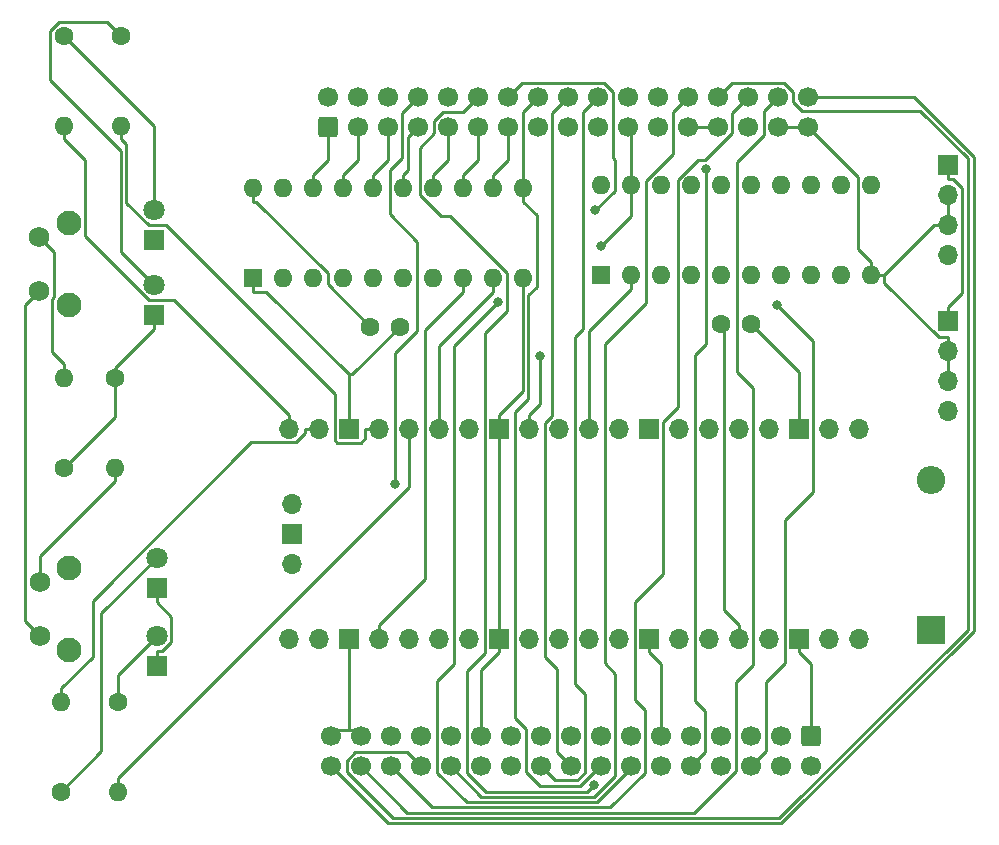
<source format=gbr>
%TF.GenerationSoftware,KiCad,Pcbnew,(6.0.6)*%
%TF.CreationDate,2023-06-21T15:59:23+02:00*%
%TF.ProjectId,X68KFDPI,5836384b-4644-4504-992e-6b696361645f,rev?*%
%TF.SameCoordinates,Original*%
%TF.FileFunction,Copper,L2,Bot*%
%TF.FilePolarity,Positive*%
%FSLAX46Y46*%
G04 Gerber Fmt 4.6, Leading zero omitted, Abs format (unit mm)*
G04 Created by KiCad (PCBNEW (6.0.6)) date 2023-06-21 15:59:23*
%MOMM*%
%LPD*%
G01*
G04 APERTURE LIST*
G04 Aperture macros list*
%AMRoundRect*
0 Rectangle with rounded corners*
0 $1 Rounding radius*
0 $2 $3 $4 $5 $6 $7 $8 $9 X,Y pos of 4 corners*
0 Add a 4 corners polygon primitive as box body*
4,1,4,$2,$3,$4,$5,$6,$7,$8,$9,$2,$3,0*
0 Add four circle primitives for the rounded corners*
1,1,$1+$1,$2,$3*
1,1,$1+$1,$4,$5*
1,1,$1+$1,$6,$7*
1,1,$1+$1,$8,$9*
0 Add four rect primitives between the rounded corners*
20,1,$1+$1,$2,$3,$4,$5,0*
20,1,$1+$1,$4,$5,$6,$7,0*
20,1,$1+$1,$6,$7,$8,$9,0*
20,1,$1+$1,$8,$9,$2,$3,0*%
G04 Aperture macros list end*
%TA.AperFunction,ComponentPad*%
%ADD10C,1.600000*%
%TD*%
%TA.AperFunction,ComponentPad*%
%ADD11R,1.800000X1.800000*%
%TD*%
%TA.AperFunction,ComponentPad*%
%ADD12C,1.800000*%
%TD*%
%TA.AperFunction,ComponentPad*%
%ADD13O,1.600000X1.600000*%
%TD*%
%TA.AperFunction,ComponentPad*%
%ADD14O,1.700000X1.700000*%
%TD*%
%TA.AperFunction,ComponentPad*%
%ADD15R,1.700000X1.700000*%
%TD*%
%TA.AperFunction,ComponentPad*%
%ADD16C,2.100000*%
%TD*%
%TA.AperFunction,ComponentPad*%
%ADD17C,1.750000*%
%TD*%
%TA.AperFunction,ComponentPad*%
%ADD18RoundRect,0.250000X-0.600000X0.600000X-0.600000X-0.600000X0.600000X-0.600000X0.600000X0.600000X0*%
%TD*%
%TA.AperFunction,ComponentPad*%
%ADD19C,1.700000*%
%TD*%
%TA.AperFunction,ComponentPad*%
%ADD20R,2.400000X2.400000*%
%TD*%
%TA.AperFunction,ComponentPad*%
%ADD21O,2.400000X2.400000*%
%TD*%
%TA.AperFunction,ComponentPad*%
%ADD22R,1.600000X1.600000*%
%TD*%
%TA.AperFunction,ComponentPad*%
%ADD23RoundRect,0.250000X0.600000X-0.600000X0.600000X0.600000X-0.600000X0.600000X-0.600000X-0.600000X0*%
%TD*%
%TA.AperFunction,ViaPad*%
%ADD24C,0.800000*%
%TD*%
%TA.AperFunction,Conductor*%
%ADD25C,0.250000*%
%TD*%
G04 APERTURE END LIST*
D10*
%TO.P,C2,1*%
%TO.N,+3.3V*%
X169946000Y-78486000D03*
%TO.P,C2,2*%
%TO.N,GND*%
X172446000Y-78486000D03*
%TD*%
D11*
%TO.P,D3,1,K*%
%TO.N,GND*%
X122174000Y-100838000D03*
D12*
%TO.P,D3,2,A*%
%TO.N,Net-(D3-Pad2)*%
X122174000Y-98298000D03*
%TD*%
D10*
%TO.P,R5,1*%
%TO.N,GND*%
X118618000Y-83058000D03*
D13*
%TO.P,R5,2*%
%TO.N,BT_FD0*%
X118618000Y-90678000D03*
%TD*%
D11*
%TO.P,D4,1,K*%
%TO.N,GND*%
X121920000Y-71374000D03*
D12*
%TO.P,D4,2,A*%
%TO.N,Net-(D4-Pad2)*%
X121920000Y-68834000D03*
%TD*%
D10*
%TO.P,R1,1*%
%TO.N,Net-(D1-Pad2)*%
X118872000Y-110490000D03*
D13*
%TO.P,R1,2*%
%TO.N,LEDFD0*%
X118872000Y-118110000D03*
%TD*%
D10*
%TO.P,R3,1*%
%TO.N,Net-(D3-Pad2)*%
X114046000Y-118110000D03*
D13*
%TO.P,R3,2*%
%TO.N,LED_F0_Red*%
X114046000Y-110490000D03*
%TD*%
D14*
%TO.P,U1,1,GPIO0*%
%TO.N,unconnected-(U1-Pad1)*%
X181610000Y-87376000D03*
%TO.P,U1,2,GPIO1*%
%TO.N,unconnected-(U1-Pad2)*%
X179070000Y-87376000D03*
D15*
%TO.P,U1,3,GND*%
%TO.N,GND*%
X176530000Y-87376000D03*
D14*
%TO.P,U1,4,GPIO2*%
%TO.N,~{OPT0'}*%
X173990000Y-87376000D03*
%TO.P,U1,5,GPIO3*%
%TO.N,~{OPT1'}*%
X171450000Y-87376000D03*
%TO.P,U1,6,GPIO4*%
%TO.N,~{OPT2'}*%
X168910000Y-87376000D03*
%TO.P,U1,7,GPIO5*%
%TO.N,~{OPT3'}*%
X166370000Y-87376000D03*
D15*
%TO.P,U1,8,GND*%
%TO.N,GND*%
X163830000Y-87376000D03*
D14*
%TO.P,U1,9,GPIO6*%
%TO.N,~{EJECT'}*%
X161290000Y-87376000D03*
%TO.P,U1,10,GPIO7*%
%TO.N,~{INSERTED'}*%
X158750000Y-87376000D03*
%TO.P,U1,11,GPIO8*%
%TO.N,~{FDDINT'}*%
X156210000Y-87376000D03*
%TO.P,U1,12,GPIO9*%
%TO.N,~{ERROR'}*%
X153670000Y-87376000D03*
D15*
%TO.P,U1,13,GND*%
%TO.N,GND*%
X151130000Y-87376000D03*
D14*
%TO.P,U1,14,GPIO10*%
%TO.N,~{EjectMSK'}*%
X148590000Y-87376000D03*
%TO.P,U1,15,GPIO11*%
%TO.N,~{MOTOR'}*%
X146050000Y-87376000D03*
%TO.P,U1,16,GPIO12*%
%TO.N,LEDFD0*%
X143510000Y-87376000D03*
%TO.P,U1,17,GPIO13*%
%TO.N,LEDFD1*%
X140970000Y-87376000D03*
D15*
%TO.P,U1,18,GND*%
%TO.N,GND*%
X138430000Y-87376000D03*
D14*
%TO.P,U1,19,GPIO14*%
%TO.N,LED_F0_Red*%
X135890000Y-87376000D03*
%TO.P,U1,20,GPIO15*%
%TO.N,LED_F1_Red*%
X133350000Y-87376000D03*
%TO.P,U1,21,GPIO16*%
%TO.N,BT_FD0*%
X133350000Y-105156000D03*
%TO.P,U1,22,GPIO17*%
%TO.N,BT_FD1*%
X135890000Y-105156000D03*
D15*
%TO.P,U1,23,GND*%
%TO.N,GND*%
X138430000Y-105156000D03*
D14*
%TO.P,U1,24,GPIO18*%
%TO.N,~{LED_BLINK'}*%
X140970000Y-105156000D03*
%TO.P,U1,25,GPIO19*%
%TO.N,unconnected-(U1-Pad25)*%
X143510000Y-105156000D03*
%TO.P,U1,26,GPIO20*%
%TO.N,unconnected-(U1-Pad26)*%
X146050000Y-105156000D03*
%TO.P,U1,27,GPIO21*%
%TO.N,unconnected-(U1-Pad27)*%
X148590000Y-105156000D03*
D15*
%TO.P,U1,28,GND*%
%TO.N,GND*%
X151130000Y-105156000D03*
D14*
%TO.P,U1,29,GPIO22*%
%TO.N,unconnected-(U1-Pad29)*%
X153670000Y-105156000D03*
%TO.P,U1,30,RUN*%
%TO.N,unconnected-(U1-Pad30)*%
X156210000Y-105156000D03*
%TO.P,U1,31,GPIO26_ADC0*%
%TO.N,unconnected-(U1-Pad31)*%
X158750000Y-105156000D03*
%TO.P,U1,32,GPIO27_ADC1*%
%TO.N,unconnected-(U1-Pad32)*%
X161290000Y-105156000D03*
D15*
%TO.P,U1,33,AGND*%
%TO.N,GND*%
X163830000Y-105156000D03*
D14*
%TO.P,U1,34,GPIO28_ADC2*%
%TO.N,unconnected-(U1-Pad34)*%
X166370000Y-105156000D03*
%TO.P,U1,35,ADC_VREF*%
%TO.N,unconnected-(U1-Pad35)*%
X168910000Y-105156000D03*
%TO.P,U1,36,3V3*%
%TO.N,+3.3V*%
X171450000Y-105156000D03*
%TO.P,U1,37,3V3_EN*%
%TO.N,unconnected-(U1-Pad37)*%
X173990000Y-105156000D03*
D15*
%TO.P,U1,38,GND*%
%TO.N,GND*%
X176530000Y-105156000D03*
D14*
%TO.P,U1,39,VSYS*%
%TO.N,Net-(D5-Pad1)*%
X179070000Y-105156000D03*
%TO.P,U1,40,VBUS*%
%TO.N,unconnected-(U1-Pad40)*%
X181610000Y-105156000D03*
%TO.P,U1,41,SWCLK*%
%TO.N,unconnected-(U1-Pad41)*%
X133580000Y-93726000D03*
D15*
%TO.P,U1,42,GND*%
%TO.N,unconnected-(U1-Pad42)*%
X133580000Y-96266000D03*
D14*
%TO.P,U1,43,SWDIO*%
%TO.N,unconnected-(U1-Pad43)*%
X133580000Y-98806000D03*
%TD*%
D15*
%TO.P,J8,1,Pin_1*%
%TO.N,+5V*%
X189173000Y-78242000D03*
D14*
%TO.P,J8,2,Pin_2*%
%TO.N,GND*%
X189173000Y-80782000D03*
%TO.P,J8,3,Pin_3*%
X189173000Y-83322000D03*
%TO.P,J8,4,Pin_4*%
%TO.N,unconnected-(J8-Pad4)*%
X189173000Y-85862000D03*
%TD*%
D16*
%TO.P,SW2,*%
%TO.N,*%
X114688500Y-76942000D03*
X114688500Y-69932000D03*
D17*
%TO.P,SW2,1,1*%
%TO.N,+3.3V*%
X112198500Y-75692000D03*
%TO.P,SW2,2,2*%
%TO.N,BT_FD1*%
X112198500Y-71192000D03*
%TD*%
D15*
%TO.P,J15,1,Pin_1*%
%TO.N,+5V*%
X189173000Y-65034000D03*
D14*
%TO.P,J15,2,Pin_2*%
%TO.N,GND*%
X189173000Y-67574000D03*
%TO.P,J15,3,Pin_3*%
X189173000Y-70114000D03*
%TO.P,J15,4,Pin_4*%
%TO.N,unconnected-(J15-Pad4)*%
X189173000Y-72654000D03*
%TD*%
D10*
%TO.P,R4,1*%
%TO.N,Net-(D4-Pad2)*%
X114300000Y-54102000D03*
D13*
%TO.P,R4,2*%
%TO.N,LED_F1_Red*%
X114300000Y-61722000D03*
%TD*%
D10*
%TO.P,R2,1*%
%TO.N,Net-(D2-Pad2)*%
X119126000Y-54102000D03*
D13*
%TO.P,R2,2*%
%TO.N,LEDFD1*%
X119126000Y-61722000D03*
%TD*%
D18*
%TO.P,J1,1,Pin_1*%
%TO.N,GND*%
X177546000Y-113428500D03*
D19*
%TO.P,J1,2,Pin_2*%
%TO.N,~{DENSITY}*%
X177546000Y-115968500D03*
%TO.P,J1,3,Pin_3*%
%TO.N,unconnected-(J1-Pad3)*%
X175006000Y-113428500D03*
%TO.P,J1,4,Pin_4*%
%TO.N,unconnected-(J1-Pad4)*%
X175006000Y-115968500D03*
%TO.P,J1,5,Pin_5*%
%TO.N,GND*%
X172466000Y-113428500D03*
%TO.P,J1,6,Pin_6*%
%TO.N,~{DS3}*%
X172466000Y-115968500D03*
%TO.P,J1,7,Pin_7*%
%TO.N,GND*%
X169926000Y-113428500D03*
%TO.P,J1,8,Pin_8*%
%TO.N,~{INDEX}*%
X169926000Y-115968500D03*
%TO.P,J1,9,Pin_9*%
%TO.N,GND*%
X167386000Y-113428500D03*
%TO.P,J1,10,Pin_10*%
%TO.N,~{DS0}*%
X167386000Y-115968500D03*
%TO.P,J1,11,Pin_11*%
%TO.N,GND*%
X164846000Y-113428500D03*
%TO.P,J1,12,Pin_12*%
%TO.N,~{DS1}*%
X164846000Y-115968500D03*
%TO.P,J1,13,Pin_13*%
%TO.N,GND*%
X162306000Y-113428500D03*
%TO.P,J1,14,Pin_14*%
%TO.N,~{DS2}*%
X162306000Y-115968500D03*
%TO.P,J1,15,Pin_15*%
%TO.N,GND*%
X159766000Y-113428500D03*
%TO.P,J1,16,Pin_16*%
%TO.N,~{MOTOR}*%
X159766000Y-115968500D03*
%TO.P,J1,17,Pin_17*%
%TO.N,GND*%
X157226000Y-113428500D03*
%TO.P,J1,18,Pin_18*%
%TO.N,~{DIR}*%
X157226000Y-115968500D03*
%TO.P,J1,19,Pin_19*%
%TO.N,GND*%
X154686000Y-113428500D03*
%TO.P,J1,20,Pin_20*%
%TO.N,~{STEP}*%
X154686000Y-115968500D03*
%TO.P,J1,21,Pin_21*%
%TO.N,GND*%
X152146000Y-113428500D03*
%TO.P,J1,22,Pin_22*%
%TO.N,~{WDATA}*%
X152146000Y-115968500D03*
%TO.P,J1,23,Pin_23*%
%TO.N,GND*%
X149606000Y-113428500D03*
%TO.P,J1,24,Pin_24*%
%TO.N,~{WGATE}*%
X149606000Y-115968500D03*
%TO.P,J1,25,Pin_25*%
%TO.N,GND*%
X147066000Y-113428500D03*
%TO.P,J1,26,Pin_26*%
%TO.N,~{TRK0}*%
X147066000Y-115968500D03*
%TO.P,J1,27,Pin_27*%
%TO.N,GND*%
X144526000Y-113428500D03*
%TO.P,J1,28,Pin_28*%
%TO.N,~{WPROT}*%
X144526000Y-115968500D03*
%TO.P,J1,29,Pin_29*%
%TO.N,GND*%
X141986000Y-113428500D03*
%TO.P,J1,30,Pin_30*%
%TO.N,~{RDATA}*%
X141986000Y-115968500D03*
%TO.P,J1,31,Pin_31*%
%TO.N,GND*%
X139446000Y-113428500D03*
%TO.P,J1,32,Pin_32*%
%TO.N,~{SIDE}*%
X139446000Y-115968500D03*
%TO.P,J1,33,Pin_33*%
%TO.N,GND*%
X136906000Y-113428500D03*
%TO.P,J1,34,Pin_34*%
%TO.N,~{RDY}*%
X136906000Y-115968500D03*
%TD*%
D20*
%TO.P,D5,1,K*%
%TO.N,Net-(D5-Pad1)*%
X187706000Y-104394000D03*
D21*
%TO.P,D5,2,A*%
%TO.N,+5V*%
X187706000Y-91694000D03*
%TD*%
D10*
%TO.P,R6,1*%
%TO.N,GND*%
X114300000Y-90678000D03*
D13*
%TO.P,R6,2*%
%TO.N,BT_FD1*%
X114300000Y-83058000D03*
%TD*%
D22*
%TO.P,U2,1,A->B*%
%TO.N,GND*%
X130307000Y-74666000D03*
D13*
%TO.P,U2,2,A0*%
%TO.N,~{OPT0'}*%
X132847000Y-74666000D03*
%TO.P,U2,3,A1*%
%TO.N,~{OPT1'}*%
X135387000Y-74666000D03*
%TO.P,U2,4,A2*%
%TO.N,~{OPT2'}*%
X137927000Y-74666000D03*
%TO.P,U2,5,A3*%
%TO.N,~{OPT3'}*%
X140467000Y-74666000D03*
%TO.P,U2,6,A4*%
%TO.N,~{EJECT'}*%
X143007000Y-74666000D03*
%TO.P,U2,7,A5*%
%TO.N,~{EjectMSK'}*%
X145547000Y-74666000D03*
%TO.P,U2,8,A6*%
%TO.N,~{LED_BLINK'}*%
X148087000Y-74666000D03*
%TO.P,U2,9,A7*%
%TO.N,~{MOTOR'}*%
X150627000Y-74666000D03*
%TO.P,U2,10,GND*%
%TO.N,GND*%
X153167000Y-74666000D03*
%TO.P,U2,11,B7*%
%TO.N,~{MOTOR}*%
X153167000Y-67046000D03*
%TO.P,U2,12,B6*%
%TO.N,~{LED_BLINK}*%
X150627000Y-67046000D03*
%TO.P,U2,13,B5*%
%TO.N,~{EjectMSK}*%
X148087000Y-67046000D03*
%TO.P,U2,14,B4*%
%TO.N,~{EJECT}*%
X145547000Y-67046000D03*
%TO.P,U2,15,B3*%
%TO.N,~{OPT3}*%
X143007000Y-67046000D03*
%TO.P,U2,16,B2*%
%TO.N,~{OPT2}*%
X140467000Y-67046000D03*
%TO.P,U2,17,B1*%
%TO.N,~{OPT1}*%
X137927000Y-67046000D03*
%TO.P,U2,18,B0*%
%TO.N,~{OPT0}*%
X135387000Y-67046000D03*
%TO.P,U2,19,CE*%
%TO.N,GND*%
X132847000Y-67046000D03*
%TO.P,U2,20,VCC*%
%TO.N,+3.3V*%
X130307000Y-67046000D03*
%TD*%
D11*
%TO.P,D2,1,K*%
%TO.N,GND*%
X121920000Y-77729000D03*
D12*
%TO.P,D2,2,A*%
%TO.N,Net-(D2-Pad2)*%
X121920000Y-75189000D03*
%TD*%
D16*
%TO.P,SW1,*%
%TO.N,*%
X114758000Y-106152000D03*
X114758000Y-99142000D03*
D17*
%TO.P,SW1,1,1*%
%TO.N,+3.3V*%
X112268000Y-104902000D03*
%TO.P,SW1,2,2*%
%TO.N,BT_FD0*%
X112268000Y-100402000D03*
%TD*%
D23*
%TO.P,J2,1,Pin_1*%
%TO.N,~{OPT0}*%
X136652000Y-61831500D03*
D19*
%TO.P,J2,2,Pin_2*%
%TO.N,~{DENSITY}*%
X136652000Y-59291500D03*
%TO.P,J2,3,Pin_3*%
%TO.N,~{OPT1}*%
X139192000Y-61831500D03*
%TO.P,J2,4,Pin_4*%
%TO.N,unconnected-(J2-Pad4)*%
X139192000Y-59291500D03*
%TO.P,J2,5,Pin_5*%
%TO.N,~{OPT2}*%
X141732000Y-61831500D03*
%TO.P,J2,6,Pin_6*%
%TO.N,~{DS3}*%
X141732000Y-59291500D03*
%TO.P,J2,7,Pin_7*%
%TO.N,~{OPT3}*%
X144272000Y-61831500D03*
%TO.P,J2,8,Pin_8*%
%TO.N,~{INDEX}*%
X144272000Y-59291500D03*
%TO.P,J2,9,Pin_9*%
%TO.N,~{EJECT}*%
X146812000Y-61831500D03*
%TO.P,J2,10,Pin_10*%
%TO.N,~{DS0}*%
X146812000Y-59291500D03*
%TO.P,J2,11,Pin_11*%
%TO.N,~{EjectMSK}*%
X149352000Y-61831500D03*
%TO.P,J2,12,Pin_12*%
%TO.N,~{DS1}*%
X149352000Y-59291500D03*
%TO.P,J2,13,Pin_13*%
%TO.N,~{LED_BLINK}*%
X151892000Y-61831500D03*
%TO.P,J2,14,Pin_14*%
%TO.N,~{DS2}*%
X151892000Y-59291500D03*
%TO.P,J2,15,Pin_15*%
%TO.N,~{INSERTED}*%
X154432000Y-61831500D03*
%TO.P,J2,16,Pin_16*%
%TO.N,~{MOTOR}*%
X154432000Y-59291500D03*
%TO.P,J2,17,Pin_17*%
%TO.N,~{ERROR}*%
X156972000Y-61831500D03*
%TO.P,J2,18,Pin_18*%
%TO.N,~{DIR}*%
X156972000Y-59291500D03*
%TO.P,J2,19,Pin_19*%
%TO.N,~{FDDINT}*%
X159512000Y-61831500D03*
%TO.P,J2,20,Pin_20*%
%TO.N,~{STEP}*%
X159512000Y-59291500D03*
%TO.P,J2,21,Pin_21*%
%TO.N,GND*%
X162052000Y-61831500D03*
%TO.P,J2,22,Pin_22*%
%TO.N,~{WDATA}*%
X162052000Y-59291500D03*
%TO.P,J2,23,Pin_23*%
%TO.N,GND*%
X164592000Y-61831500D03*
%TO.P,J2,24,Pin_24*%
%TO.N,~{WGATE}*%
X164592000Y-59291500D03*
%TO.P,J2,25,Pin_25*%
%TO.N,GND*%
X167132000Y-61831500D03*
%TO.P,J2,26,Pin_26*%
%TO.N,~{TRK0}*%
X167132000Y-59291500D03*
%TO.P,J2,27,Pin_27*%
%TO.N,GND*%
X169672000Y-61831500D03*
%TO.P,J2,28,Pin_28*%
%TO.N,~{WPROT}*%
X169672000Y-59291500D03*
%TO.P,J2,29,Pin_29*%
%TO.N,GND*%
X172212000Y-61831500D03*
%TO.P,J2,30,Pin_30*%
%TO.N,~{RDATA}*%
X172212000Y-59291500D03*
%TO.P,J2,31,Pin_31*%
%TO.N,GND*%
X174752000Y-61831500D03*
%TO.P,J2,32,Pin_32*%
%TO.N,~{SIDE}*%
X174752000Y-59291500D03*
%TO.P,J2,33,Pin_33*%
%TO.N,GND*%
X177292000Y-61831500D03*
%TO.P,J2,34,Pin_34*%
%TO.N,~{RDY}*%
X177292000Y-59291500D03*
%TD*%
D10*
%TO.P,C1,1*%
%TO.N,+3.3V*%
X140228000Y-78740000D03*
%TO.P,C1,2*%
%TO.N,GND*%
X142728000Y-78740000D03*
%TD*%
D11*
%TO.P,D1,1,K*%
%TO.N,GND*%
X122174000Y-107447000D03*
D12*
%TO.P,D1,2,A*%
%TO.N,Net-(D1-Pad2)*%
X122174000Y-104907000D03*
%TD*%
D22*
%TO.P,U3,1,A->B*%
%TO.N,+3.3V*%
X159771000Y-74412000D03*
D13*
%TO.P,U3,2,A0*%
%TO.N,~{INSERTED'}*%
X162311000Y-74412000D03*
%TO.P,U3,3,A1*%
%TO.N,~{ERROR'}*%
X164851000Y-74412000D03*
%TO.P,U3,4,A2*%
%TO.N,~{FDDINT'}*%
X167391000Y-74412000D03*
%TO.P,U3,5,A3*%
%TO.N,unconnected-(U3-Pad5)*%
X169931000Y-74412000D03*
%TO.P,U3,6,A4*%
%TO.N,unconnected-(U3-Pad6)*%
X172471000Y-74412000D03*
%TO.P,U3,7,A5*%
%TO.N,unconnected-(U3-Pad7)*%
X175011000Y-74412000D03*
%TO.P,U3,8,A6*%
%TO.N,unconnected-(U3-Pad8)*%
X177551000Y-74412000D03*
%TO.P,U3,9,A7*%
%TO.N,unconnected-(U3-Pad9)*%
X180091000Y-74412000D03*
%TO.P,U3,10,GND*%
%TO.N,GND*%
X182631000Y-74412000D03*
%TO.P,U3,11,B7*%
%TO.N,unconnected-(U3-Pad11)*%
X182631000Y-66792000D03*
%TO.P,U3,12,B6*%
%TO.N,unconnected-(U3-Pad12)*%
X180091000Y-66792000D03*
%TO.P,U3,13,B5*%
%TO.N,unconnected-(U3-Pad13)*%
X177551000Y-66792000D03*
%TO.P,U3,14,B4*%
%TO.N,unconnected-(U3-Pad14)*%
X175011000Y-66792000D03*
%TO.P,U3,15,B3*%
%TO.N,unconnected-(U3-Pad15)*%
X172471000Y-66792000D03*
%TO.P,U3,16,B2*%
%TO.N,~{FDDINT}*%
X169931000Y-66792000D03*
%TO.P,U3,17,B1*%
%TO.N,~{ERROR}*%
X167391000Y-66792000D03*
%TO.P,U3,18,B0*%
%TO.N,~{INSERTED}*%
X164851000Y-66792000D03*
%TO.P,U3,19,CE*%
%TO.N,GND*%
X162311000Y-66792000D03*
%TO.P,U3,20,VCC*%
%TO.N,+3.3V*%
X159771000Y-66792000D03*
%TD*%
D24*
%TO.N,GND*%
X159766000Y-71882000D03*
%TO.N,~{DS3}*%
X174697400Y-76885800D03*
%TO.N,~{INDEX}*%
X142300700Y-92079200D03*
%TO.N,~{DS0}*%
X168645500Y-65360200D03*
%TO.N,~{DS1}*%
X159206100Y-117510100D03*
%TO.N,~{DS2}*%
X151030200Y-76634100D03*
X159273100Y-68905800D03*
%TO.N,~{ERROR'}*%
X154606600Y-81204600D03*
%TD*%
D25*
%TO.N,GND*%
X162311000Y-69337000D02*
X159766000Y-71882000D01*
X162311000Y-66792000D02*
X162311000Y-69337000D01*
X163830000Y-105156000D02*
X163830000Y-106331100D01*
X138679000Y-82789000D02*
X142728000Y-78740000D01*
X139446000Y-113428500D02*
X138938000Y-112920500D01*
X164846000Y-107347100D02*
X164846000Y-113428500D01*
X189173000Y-83322000D02*
X189173000Y-80782000D01*
X183756100Y-74412000D02*
X183756100Y-75021000D01*
X172446000Y-78486000D02*
X176530000Y-82570000D01*
X153167000Y-74666000D02*
X153167000Y-84163900D01*
X123399100Y-103288200D02*
X122174000Y-102063100D01*
X169672000Y-61831500D02*
X167132000Y-61831500D01*
X187997900Y-70114000D02*
X187997900Y-70170200D01*
X183756100Y-75021000D02*
X188342000Y-79606900D01*
X130307000Y-74666000D02*
X130307000Y-75791100D01*
X187997900Y-70170200D02*
X183756100Y-74412000D01*
X131432100Y-75791100D02*
X138430000Y-82789000D01*
X114300000Y-90678000D02*
X118618000Y-86360000D01*
X176530000Y-105743500D02*
X176530000Y-105156000D01*
X138430000Y-82789000D02*
X138679000Y-82789000D01*
X163830000Y-106331100D02*
X164846000Y-107347100D01*
X123399100Y-105456200D02*
X123399100Y-103288200D01*
X138430000Y-82789000D02*
X138430000Y-87376000D01*
X181505900Y-72161800D02*
X181505900Y-66045400D01*
X118618000Y-82256100D02*
X118618000Y-83058000D01*
X137414000Y-112920500D02*
X136906000Y-113428500D01*
X149606000Y-113428500D02*
X149606000Y-107855100D01*
X149606000Y-107855100D02*
X151130000Y-106331100D01*
X189173000Y-70114000D02*
X187997900Y-70114000D01*
X130307000Y-75791100D02*
X131432100Y-75791100D01*
X118618000Y-86360000D02*
X118618000Y-83058000D01*
X151130000Y-87376000D02*
X151130000Y-86200900D01*
X188342000Y-79606900D02*
X189173000Y-79606900D01*
X151130000Y-105156000D02*
X151130000Y-106331100D01*
X122174000Y-106221900D02*
X122633400Y-106221900D01*
X138430000Y-112920500D02*
X138430000Y-105156000D01*
X182631000Y-73286900D02*
X181505900Y-72161800D01*
X138430000Y-112920500D02*
X137414000Y-112920500D01*
X176530000Y-106331100D02*
X177546000Y-107347100D01*
X122174000Y-107447000D02*
X122174000Y-106221900D01*
X182631000Y-74412000D02*
X183756100Y-74412000D01*
X189173000Y-70114000D02*
X189173000Y-67574000D01*
X189173000Y-80782000D02*
X189173000Y-79606900D01*
X162311000Y-62090500D02*
X162311000Y-66792000D01*
X121920000Y-77729000D02*
X121920000Y-78954100D01*
X176530000Y-82570000D02*
X176530000Y-87376000D01*
X153167000Y-84163900D02*
X151130000Y-86200900D01*
X138938000Y-112920500D02*
X138430000Y-112920500D01*
X181505900Y-66045400D02*
X177292000Y-61831500D01*
X182631000Y-74412000D02*
X182631000Y-73286900D01*
X177292000Y-61831500D02*
X174752000Y-61831500D01*
X122174000Y-100838000D02*
X122174000Y-102063100D01*
X176530000Y-105743500D02*
X176530000Y-106331100D01*
X121920000Y-78954100D02*
X118618000Y-82256100D01*
X177546000Y-107347100D02*
X177546000Y-113428500D01*
X122633400Y-106221900D02*
X123399100Y-105456200D01*
X162052000Y-61831500D02*
X162311000Y-62090500D01*
X151130000Y-105156000D02*
X151130000Y-87376000D01*
%TO.N,~{DS3}*%
X172466000Y-115968500D02*
X173736000Y-114698500D01*
X177752300Y-92718700D02*
X177752300Y-79940700D01*
X175354800Y-107204700D02*
X175354800Y-95116200D01*
X175354800Y-95116200D02*
X177752300Y-92718700D01*
X173736000Y-108823500D02*
X175354800Y-107204700D01*
X177752300Y-79940700D02*
X174697400Y-76885800D01*
X173736000Y-114698500D02*
X173736000Y-108823500D01*
%TO.N,~{INDEX}*%
X141873900Y-69242100D02*
X144168500Y-71536700D01*
X142907200Y-64449500D02*
X141873900Y-65482800D01*
X144272000Y-59291500D02*
X142907200Y-60656300D01*
X141873900Y-65482800D02*
X141873900Y-69242100D01*
X142300700Y-80940700D02*
X142300700Y-92079200D01*
X144168500Y-79072900D02*
X142300700Y-80940700D01*
X142907200Y-60656300D02*
X142907200Y-64449500D01*
X144168500Y-71536700D02*
X144168500Y-79072900D01*
%TO.N,~{DS0}*%
X167706500Y-81151000D02*
X168645500Y-80212000D01*
X168596700Y-114757800D02*
X168596700Y-111304500D01*
X168645500Y-80212000D02*
X168645500Y-65360200D01*
X168596700Y-111304500D02*
X167706500Y-110414300D01*
X167386000Y-115968500D02*
X168596700Y-114757800D01*
X167706500Y-110414300D02*
X167706500Y-81151000D01*
%TO.N,~{DS1}*%
X158615100Y-118101100D02*
X159206100Y-117510100D01*
X146262400Y-69413100D02*
X146995100Y-69413100D01*
X144407600Y-63599200D02*
X144407600Y-67558300D01*
X145636800Y-61305800D02*
X145636800Y-62370000D01*
X144407600Y-67558300D02*
X146262400Y-69413100D01*
X145636800Y-62370000D02*
X144407600Y-63599200D01*
X146381100Y-60561500D02*
X145636800Y-61305800D01*
X148430800Y-107910600D02*
X148430800Y-116525600D01*
X149954800Y-79240900D02*
X149954800Y-106386600D01*
X149352000Y-59291500D02*
X148082000Y-60561500D01*
X151785300Y-74203300D02*
X151785300Y-77410400D01*
X146995100Y-69413100D02*
X151785300Y-74203300D01*
X148430800Y-116525600D02*
X150006300Y-118101100D01*
X148082000Y-60561500D02*
X146381100Y-60561500D01*
X150006300Y-118101100D02*
X158615100Y-118101100D01*
X149954800Y-106386600D02*
X148430800Y-107910600D01*
X151785300Y-77410400D02*
X149954800Y-79240900D01*
%TO.N,~{DS2}*%
X162306000Y-116142500D02*
X159447200Y-119001300D01*
X162306000Y-115968500D02*
X162306000Y-116142500D01*
X160782000Y-64442800D02*
X160782000Y-58897700D01*
X153074500Y-58109000D02*
X151892000Y-59291500D01*
X145890800Y-108728700D02*
X147320000Y-107299500D01*
X148392500Y-119001300D02*
X145890800Y-116499600D01*
X147320000Y-80344300D02*
X151030200Y-76634100D01*
X145890800Y-116499600D02*
X145890800Y-108728700D01*
X160935500Y-64596300D02*
X160782000Y-64442800D01*
X160782000Y-58897700D02*
X159993300Y-58109000D01*
X147320000Y-107299500D02*
X147320000Y-80344300D01*
X159273100Y-68905800D02*
X160935500Y-67243400D01*
X160935500Y-67243400D02*
X160935500Y-64596300D01*
X159447200Y-119001300D02*
X148392500Y-119001300D01*
X159993300Y-58109000D02*
X153074500Y-58109000D01*
%TO.N,~{MOTOR}*%
X153416000Y-112798500D02*
X153416000Y-116428000D01*
X153416000Y-116428000D02*
X154638900Y-117650900D01*
X153617200Y-76055400D02*
X153617200Y-84833400D01*
X152484800Y-111867300D02*
X153416000Y-112798500D01*
X154432000Y-59291500D02*
X153167000Y-60556500D01*
X154321100Y-75351500D02*
X153617200Y-76055400D01*
X153617200Y-84833400D02*
X152484800Y-85965800D01*
X152484800Y-85965800D02*
X152484800Y-111867300D01*
X153167000Y-67046000D02*
X153167000Y-68171100D01*
X153167000Y-68171100D02*
X154321100Y-69325200D01*
X154321100Y-69325200D02*
X154321100Y-75351500D01*
X154638900Y-117650900D02*
X157986200Y-117650900D01*
X157986200Y-117650900D02*
X159668600Y-115968500D01*
X153167000Y-60556500D02*
X153167000Y-67046000D01*
X159668600Y-115968500D02*
X159766000Y-115968500D01*
%TO.N,~{DIR}*%
X155025300Y-86898700D02*
X155612100Y-86311900D01*
X156050800Y-107716400D02*
X155025300Y-106690900D01*
X157226000Y-115968500D02*
X156050800Y-114793300D01*
X155612100Y-60651400D02*
X156972000Y-59291500D01*
X155025300Y-106690900D02*
X155025300Y-86898700D01*
X156050800Y-114793300D02*
X156050800Y-107716400D01*
X155612100Y-86311900D02*
X155612100Y-60651400D01*
%TO.N,~{STEP}*%
X159512000Y-59291500D02*
X158242000Y-60561500D01*
X158402000Y-109863800D02*
X158402000Y-116492900D01*
X158242000Y-78969400D02*
X157563400Y-79648000D01*
X158402000Y-116492900D02*
X157744100Y-117150800D01*
X157563400Y-79648000D02*
X157563400Y-109025200D01*
X158242000Y-60561500D02*
X158242000Y-78969400D01*
X157744100Y-117150800D02*
X155868300Y-117150800D01*
X155868300Y-117150800D02*
X154686000Y-115968500D01*
X157563400Y-109025200D02*
X158402000Y-109863800D01*
%TO.N,~{TRK0}*%
X163581000Y-66403800D02*
X165862000Y-64122800D01*
X165862000Y-64122800D02*
X165862000Y-60561500D01*
X149648700Y-118551200D02*
X159190600Y-118551200D01*
X160078400Y-107240300D02*
X160078400Y-80232900D01*
X165862000Y-60561500D02*
X167132000Y-59291500D01*
X163581000Y-76730300D02*
X163581000Y-66403800D01*
X160078400Y-80232900D02*
X163581000Y-76730300D01*
X160955200Y-116786600D02*
X160955200Y-108117100D01*
X159190600Y-118551200D02*
X160955200Y-116786600D01*
X160955200Y-108117100D02*
X160078400Y-107240300D01*
X147066000Y-115968500D02*
X149648700Y-118551200D01*
%TO.N,~{WPROT}*%
X138230700Y-115482800D02*
X138230700Y-116419000D01*
X190807000Y-64493600D02*
X186780100Y-60466700D01*
X176022000Y-59722500D02*
X176022000Y-58870600D01*
X190807000Y-104405200D02*
X190807000Y-64493600D01*
X176022000Y-58870600D02*
X175262800Y-58111400D01*
X186780100Y-60466700D02*
X176766200Y-60466700D01*
X175262800Y-58111400D02*
X170852100Y-58111400D01*
X174860600Y-120351600D02*
X190807000Y-104405200D01*
X138230700Y-116419000D02*
X142163300Y-120351600D01*
X144526000Y-115968500D02*
X143350800Y-114793300D01*
X170852100Y-58111400D02*
X169672000Y-59291500D01*
X138920200Y-114793300D02*
X138230700Y-115482800D01*
X143350800Y-114793300D02*
X138920200Y-114793300D01*
X176766200Y-60466700D02*
X176022000Y-59722500D01*
X142163300Y-120351600D02*
X174860600Y-120351600D01*
%TO.N,~{RDATA}*%
X170852200Y-62333000D02*
X170852200Y-60651300D01*
X170852200Y-60651300D02*
X172212000Y-59291500D01*
X145468900Y-119451400D02*
X160559100Y-119451400D01*
X166262300Y-85583700D02*
X166262300Y-66312100D01*
X166262300Y-66312100D02*
X167953100Y-64621300D01*
X165005200Y-86840800D02*
X166262300Y-85583700D01*
X160559100Y-119451400D02*
X163491400Y-116519100D01*
X168563900Y-64621300D02*
X170852200Y-62333000D01*
X163491400Y-111200300D02*
X162654800Y-110363700D01*
X167953100Y-64621300D02*
X168563900Y-64621300D01*
X165005200Y-99701700D02*
X165005200Y-86840800D01*
X162654800Y-110363700D02*
X162654800Y-102052100D01*
X162654800Y-102052100D02*
X165005200Y-99701700D01*
X141986000Y-115968500D02*
X145468900Y-119451400D01*
X163491400Y-116519100D02*
X163491400Y-111200300D01*
%TO.N,~{SIDE}*%
X172646600Y-107372900D02*
X172646600Y-83968100D01*
X171294000Y-64779100D02*
X173546700Y-62526400D01*
X171196000Y-108823500D02*
X172646600Y-107372900D01*
X173546700Y-62526400D02*
X173546700Y-60496800D01*
X171294000Y-82615500D02*
X171294000Y-64779100D01*
X171196000Y-116360500D02*
X171196000Y-108823500D01*
X143379000Y-119901500D02*
X167655000Y-119901500D01*
X139446000Y-115968500D02*
X143379000Y-119901500D01*
X172646600Y-83968100D02*
X171294000Y-82615500D01*
X167655000Y-119901500D02*
X171196000Y-116360500D01*
X173546700Y-60496800D02*
X174752000Y-59291500D01*
%TO.N,~{RDY}*%
X175047100Y-120801700D02*
X191313400Y-104535400D01*
X191313400Y-64363400D02*
X186241500Y-59291500D01*
X191313400Y-104535400D02*
X191313400Y-64363400D01*
X136906000Y-115968500D02*
X141739200Y-120801700D01*
X141739200Y-120801700D02*
X175047100Y-120801700D01*
X186241500Y-59291500D02*
X177292000Y-59291500D01*
%TO.N,~{OPT0}*%
X135387000Y-67046000D02*
X135387000Y-65920900D01*
X136652000Y-64655900D02*
X136652000Y-61831500D01*
X135387000Y-65920900D02*
X136652000Y-64655900D01*
%TO.N,~{OPT1}*%
X137927000Y-67046000D02*
X137927000Y-65920900D01*
X137927000Y-65920900D02*
X139192000Y-64655900D01*
X139192000Y-64655900D02*
X139192000Y-61831500D01*
%TO.N,~{OPT2}*%
X140467000Y-65920900D02*
X141732000Y-64655900D01*
X141732000Y-64655900D02*
X141732000Y-61831500D01*
X140467000Y-67046000D02*
X140467000Y-65920900D01*
%TO.N,~{OPT3}*%
X143007000Y-65920900D02*
X143457100Y-65470800D01*
X143457100Y-65470800D02*
X143457100Y-62646400D01*
X143007000Y-67046000D02*
X143007000Y-65920900D01*
X143457100Y-62646400D02*
X144272000Y-61831500D01*
%TO.N,~{EJECT}*%
X146812000Y-64655900D02*
X146812000Y-61831500D01*
X145547000Y-65920900D02*
X146812000Y-64655900D01*
X145547000Y-67046000D02*
X145547000Y-65920900D01*
%TO.N,~{EjectMSK}*%
X148087000Y-65920900D02*
X149352000Y-64655900D01*
X149352000Y-64655900D02*
X149352000Y-61831500D01*
X148087000Y-67046000D02*
X148087000Y-65920900D01*
%TO.N,+5V*%
X189173000Y-65034000D02*
X189173000Y-66209100D01*
X190348100Y-75891800D02*
X189173000Y-77066900D01*
X189540200Y-66209100D02*
X190348100Y-67017000D01*
X189173000Y-78242000D02*
X189173000Y-77066900D01*
X189173000Y-66209100D02*
X189540200Y-66209100D01*
X190348100Y-67017000D02*
X190348100Y-75891800D01*
%TO.N,Net-(D1-Pad2)*%
X118872000Y-108209000D02*
X118872000Y-110490000D01*
X122174000Y-104907000D02*
X118872000Y-108209000D01*
%TO.N,+3.3V*%
X112198500Y-75692000D02*
X111021400Y-76869100D01*
X170180000Y-78720000D02*
X170180000Y-102710900D01*
X169946000Y-78486000D02*
X170180000Y-78720000D01*
X130588300Y-68171100D02*
X136657000Y-74239800D01*
X136657000Y-75169000D02*
X140228000Y-78740000D01*
X111021400Y-103655400D02*
X112268000Y-104902000D01*
X170180000Y-102710900D02*
X171450000Y-103980900D01*
X136657000Y-74239800D02*
X136657000Y-75169000D01*
X111021400Y-76869100D02*
X111021400Y-103655400D01*
X171450000Y-105156000D02*
X171450000Y-103980900D01*
X130307000Y-67046000D02*
X130307000Y-68171100D01*
X130307000Y-68171100D02*
X130588300Y-68171100D01*
%TO.N,Net-(D2-Pad2)*%
X119126000Y-72395000D02*
X119126000Y-63863000D01*
X119126000Y-63863000D02*
X113121200Y-57858200D01*
X113121200Y-57858200D02*
X113121200Y-53670200D01*
X113860600Y-52930800D02*
X117954800Y-52930800D01*
X117954800Y-52930800D02*
X119126000Y-54102000D01*
X121920000Y-75189000D02*
X119126000Y-72395000D01*
X113121200Y-53670200D02*
X113860600Y-52930800D01*
%TO.N,Net-(D3-Pad2)*%
X114046000Y-118110000D02*
X117459000Y-114697000D01*
X117459000Y-103013000D02*
X122174000Y-98298000D01*
X117459000Y-114697000D02*
X117459000Y-103013000D01*
%TO.N,BT_FD0*%
X112268000Y-98153100D02*
X118618000Y-91803100D01*
X112268000Y-100402000D02*
X112268000Y-98153100D01*
X118618000Y-90678000D02*
X118618000Y-91803100D01*
%TO.N,BT_FD1*%
X113264800Y-76420900D02*
X113414600Y-76271100D01*
X113414600Y-76271100D02*
X113414600Y-72408100D01*
X113264800Y-80897700D02*
X113264800Y-76420900D01*
X114300000Y-83058000D02*
X114300000Y-81932900D01*
X113414600Y-72408100D02*
X112198500Y-71192000D01*
X114300000Y-81932900D02*
X113264800Y-80897700D01*
%TO.N,LEDFD0*%
X118872000Y-116984900D02*
X143510000Y-92346900D01*
X118872000Y-118110000D02*
X118872000Y-116984900D01*
X143510000Y-92346900D02*
X143510000Y-87376000D01*
%TO.N,LEDFD1*%
X140970000Y-87376000D02*
X139794900Y-87376000D01*
X137450600Y-88565500D02*
X139436400Y-88565500D01*
X119126000Y-61722000D02*
X119126000Y-62847100D01*
X137254800Y-84441100D02*
X137254800Y-88369700D01*
X119126000Y-62847100D02*
X119592400Y-63313500D01*
X119592400Y-63313500D02*
X119592400Y-68245500D01*
X139436400Y-88565500D02*
X139794900Y-88207000D01*
X139794900Y-88207000D02*
X139794900Y-87376000D01*
X137254800Y-88369700D02*
X137450600Y-88565500D01*
X119592400Y-68245500D02*
X121495700Y-70148800D01*
X121495700Y-70148800D02*
X122962500Y-70148800D01*
X122962500Y-70148800D02*
X137254800Y-84441100D01*
%TO.N,~{LED_BLINK}*%
X150627000Y-67046000D02*
X150627000Y-65920900D01*
X151892000Y-64655900D02*
X151892000Y-61831500D01*
X150627000Y-65920900D02*
X151892000Y-64655900D01*
%TO.N,LED_F0_Red*%
X135890000Y-87376000D02*
X134714900Y-87376000D01*
X134714900Y-87376000D02*
X134714900Y-87743300D01*
X116730300Y-101996200D02*
X116730300Y-106680600D01*
X114046000Y-110490000D02*
X114046000Y-109364900D01*
X133907100Y-88551100D02*
X130175400Y-88551100D01*
X134714900Y-87743300D02*
X133907100Y-88551100D01*
X130175400Y-88551100D02*
X116730300Y-101996200D01*
X116730300Y-106680600D02*
X114046000Y-109364900D01*
%TO.N,LED_F1_Red*%
X116063700Y-71066900D02*
X121500600Y-76503800D01*
X116063700Y-64610800D02*
X116063700Y-71066900D01*
X114300000Y-61722000D02*
X114300000Y-62847100D01*
X133350000Y-87376000D02*
X133350000Y-86200900D01*
X114300000Y-62847100D02*
X116063700Y-64610800D01*
X123652900Y-76503800D02*
X133350000Y-86200900D01*
X121500600Y-76503800D02*
X123652900Y-76503800D01*
%TO.N,~{INSERTED'}*%
X158750000Y-87376000D02*
X158750000Y-79098100D01*
X158750000Y-79098100D02*
X162311000Y-75537100D01*
X162311000Y-74412000D02*
X162311000Y-75537100D01*
%TO.N,~{ERROR'}*%
X153670000Y-87376000D02*
X153670000Y-86200900D01*
X154606600Y-81204600D02*
X154606600Y-85264300D01*
X154606600Y-85264300D02*
X153670000Y-86200900D01*
%TO.N,~{MOTOR'}*%
X146050000Y-80368100D02*
X150627000Y-75791100D01*
X146050000Y-87376000D02*
X146050000Y-80368100D01*
X150627000Y-74666000D02*
X150627000Y-75791100D01*
%TO.N,~{LED_BLINK'}*%
X144844100Y-79034000D02*
X144844100Y-100106800D01*
X148087000Y-74666000D02*
X148087000Y-75791100D01*
X140970000Y-105156000D02*
X140970000Y-103980900D01*
X148087000Y-75791100D02*
X144844100Y-79034000D01*
X144844100Y-100106800D02*
X140970000Y-103980900D01*
%TO.N,Net-(D4-Pad2)*%
X121920000Y-61722000D02*
X121920000Y-68834000D01*
X114300000Y-54102000D02*
X121920000Y-61722000D01*
%TD*%
M02*

</source>
